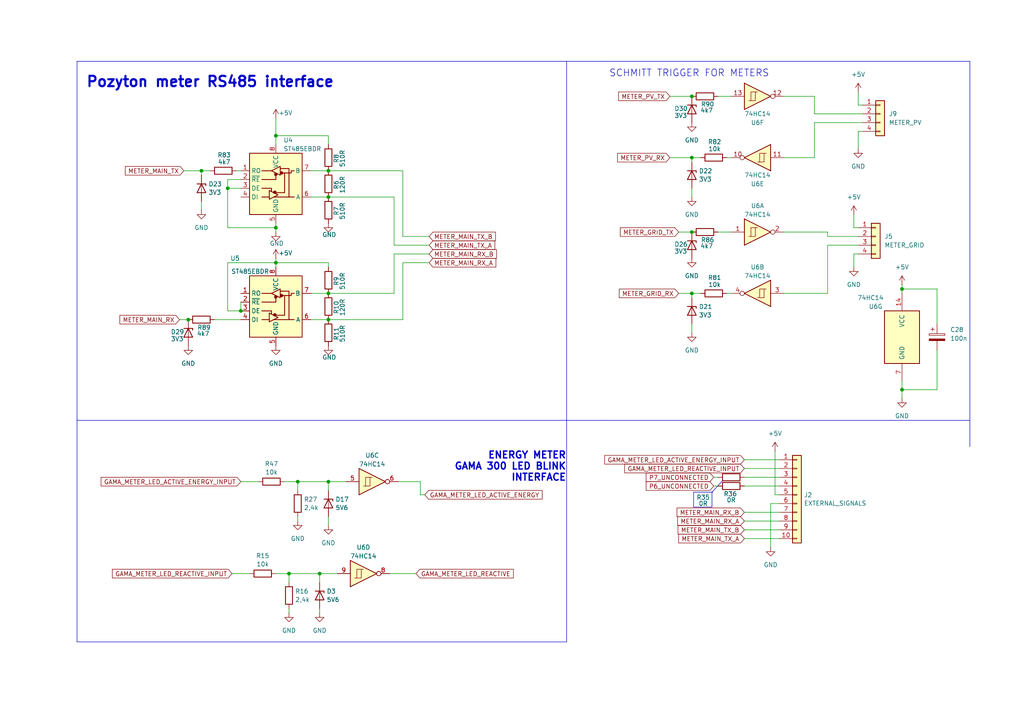
<source format=kicad_sch>
(kicad_sch (version 20231120) (generator "eeschema") (generator_version "8.0")
  (paper "A4")
  (lib_symbols
    (symbol "74xx:74HC14" (pin_names (offset 1.016))
      (property "Reference" "U" (at 0 1.27 0))
      (property "Value" "74HC14" (at 0 -1.27 0))
      (symbol "74HC14_1_0"
        (polyline (pts (xy -3.81 3.81) (xy -3.81 -3.81) (xy 3.81 0) (xy -3.81 3.81)) (stroke (width 0.254)) (fill (type background)))
        (pin input line (at -7.62 0 0) (length 3.81) (name "~") (number "1"))
        (pin output inverted (at 7.62 0 180) (length 3.81) (name "~") (number "2"))
      )
      (symbol "74HC14_1_1"
        (polyline (pts (xy -1.905 -1.27) (xy -1.905 1.27) (xy -0.635 1.27)))
        (polyline (pts (xy -2.54 -1.27) (xy -0.635 -1.27) (xy -0.635 1.27) (xy 0 1.27)))
      )
      (symbol "74HC14_2_0"
        (polyline (pts (xy -3.81 3.81) (xy -3.81 -3.81) (xy 3.81 0) (xy -3.81 3.81)) (stroke (width 0.254)) (fill (type background)))
        (pin input line (at -7.62 0 0) (length 3.81) (name "~") (number "3"))
        (pin output inverted (at 7.62 0 180) (length 3.81) (name "~") (number "4"))
      )
      (symbol "74HC14_2_1"
        (polyline (pts (xy -1.905 -1.27) (xy -1.905 1.27) (xy -0.635 1.27)))
        (polyline (pts (xy -2.54 -1.27) (xy -0.635 -1.27) (xy -0.635 1.27) (xy 0 1.27)))
      )
      (symbol "74HC14_3_0"
        (polyline (pts (xy -3.81 3.81) (xy -3.81 -3.81) (xy 3.81 0) (xy -3.81 3.81)) (stroke (width 0.254)) (fill (type background)))
        (pin input line (at -7.62 0 0) (length 3.81) (name "~") (number "5"))
        (pin output inverted (at 7.62 0 180) (length 3.81) (name "~") (number "6"))
      )
      (symbol "74HC14_3_1"
        (polyline (pts (xy -1.905 -1.27) (xy -1.905 1.27) (xy -0.635 1.27)))
        (polyline (pts (xy -2.54 -1.27) (xy -0.635 -1.27) (xy -0.635 1.27) (xy 0 1.27)))
      )
      (symbol "74HC14_4_0"
        (polyline (pts (xy -3.81 3.81) (xy -3.81 -3.81) (xy 3.81 0) (xy -3.81 3.81)) (stroke (width 0.254)) (fill (type background)))
        (pin output inverted (at 7.62 0 180) (length 3.81) (name "~") (number "8"))
        (pin input line (at -7.62 0 0) (length 3.81) (name "~") (number "9"))
      )
      (symbol "74HC14_4_1"
        (polyline (pts (xy -1.905 -1.27) (xy -1.905 1.27) (xy -0.635 1.27)))
        (polyline (pts (xy -2.54 -1.27) (xy -0.635 -1.27) (xy -0.635 1.27) (xy 0 1.27)))
      )
      (symbol "74HC14_5_0"
        (polyline (pts (xy -3.81 3.81) (xy -3.81 -3.81) (xy 3.81 0) (xy -3.81 3.81)) (stroke (width 0.254)) (fill (type background)))
        (pin output inverted (at 7.62 0 180) (length 3.81) (name "~") (number "10"))
        (pin input line (at -7.62 0 0) (length 3.81) (name "~") (number "11"))
      )
      (symbol "74HC14_5_1"
        (polyline (pts (xy -1.905 -1.27) (xy -1.905 1.27) (xy -0.635 1.27)))
        (polyline (pts (xy -2.54 -1.27) (xy -0.635 -1.27) (xy -0.635 1.27) (xy 0 1.27)))
      )
      (symbol "74HC14_6_0"
        (polyline (pts (xy -3.81 3.81) (xy -3.81 -3.81) (xy 3.81 0) (xy -3.81 3.81)) (stroke (width 0.254)) (fill (type background)))
        (pin output inverted (at 7.62 0 180) (length 3.81) (name "~") (number "12"))
        (pin input line (at -7.62 0 0) (length 3.81) (name "~") (number "13"))
      )
      (symbol "74HC14_6_1"
        (polyline (pts (xy -1.905 -1.27) (xy -1.905 1.27) (xy -0.635 1.27)))
        (polyline (pts (xy -2.54 -1.27) (xy -0.635 -1.27) (xy -0.635 1.27) (xy 0 1.27)))
      )
      (symbol "74HC14_7_0"
        (pin power_in line (at 0 12.7 270) (length 5.08) (name "VCC") (number "14"))
        (pin power_in line (at 0 -12.7 90) (length 5.08) (name "GND") (number "7"))
      )
      (symbol "74HC14_7_1"
        (rectangle (start -5.08 7.62) (end 5.08 -7.62) (stroke (width 0.254)) (fill (type background)))
      )
    )
    (symbol "Connector_Generic:Conn_01x04" (pin_names (offset 1.016) hide)
      (property "Reference" "J" (at 0 5.08 0))
      (property "Value" "Conn_01x04" (at 0 -7.62 0))
      (symbol "Conn_01x04_1_1"
        (rectangle (start -1.27 -4.953) (end 0 -5.207) (stroke (width 0.1524)))
        (rectangle (start -1.27 -2.413) (end 0 -2.667) (stroke (width 0.1524)))
        (rectangle (start -1.27 0.127) (end 0 -0.127) (stroke (width 0.1524)))
        (rectangle (start -1.27 2.667) (end 0 2.413) (stroke (width 0.1524)))
        (rectangle (start -1.27 3.81) (end 1.27 -6.35) (stroke (width 0.254)) (fill (type background)))
        (pin passive line (at -5.08 2.54 0) (length 3.81) (name "Pin_1") (number "1"))
        (pin passive line (at -5.08 0 0) (length 3.81) (name "Pin_2") (number "2"))
        (pin passive line (at -5.08 -2.54 0) (length 3.81) (name "Pin_3") (number "3"))
        (pin passive line (at -5.08 -5.08 0) (length 3.81) (name "Pin_4") (number "4"))
      )
    )
    (symbol "Connector_Generic:Conn_01x10" (pin_names (offset 1.016) hide)
      (property "Reference" "J" (at 0 12.7 0))
      (property "Value" "Conn_01x10" (at 0 -15.24 0))
      (symbol "Conn_01x10_1_1"
        (rectangle (start -1.27 -12.573) (end 0 -12.827) (stroke (width 0.1524)))
        (rectangle (start -1.27 -10.033) (end 0 -10.287) (stroke (width 0.1524)))
        (rectangle (start -1.27 -7.493) (end 0 -7.747) (stroke (width 0.1524)))
        (rectangle (start -1.27 -4.953) (end 0 -5.207) (stroke (width 0.1524)))
        (rectangle (start -1.27 -2.413) (end 0 -2.667) (stroke (width 0.1524)))
        (rectangle (start -1.27 0.127) (end 0 -0.127) (stroke (width 0.1524)))
        (rectangle (start -1.27 2.667) (end 0 2.413) (stroke (width 0.1524)))
        (rectangle (start -1.27 5.207) (end 0 4.953) (stroke (width 0.1524)))
        (rectangle (start -1.27 7.747) (end 0 7.493) (stroke (width 0.1524)))
        (rectangle (start -1.27 10.287) (end 0 10.033) (stroke (width 0.1524)))
        (rectangle (start -1.27 11.43) (end 1.27 -13.97) (stroke (width 0.254)) (fill (type background)))
        (pin passive line (at -5.08 10.16 0) (length 3.81) (name "Pin_1") (number "1"))
        (pin passive line (at -5.08 -12.7 0) (length 3.81) (name "Pin_10") (number "10"))
        (pin passive line (at -5.08 7.62 0) (length 3.81) (name "Pin_2") (number "2"))
        (pin passive line (at -5.08 5.08 0) (length 3.81) (name "Pin_3") (number "3"))
        (pin passive line (at -5.08 2.54 0) (length 3.81) (name "Pin_4") (number "4"))
        (pin passive line (at -5.08 0 0) (length 3.81) (name "Pin_5") (number "5"))
        (pin passive line (at -5.08 -2.54 0) (length 3.81) (name "Pin_6") (number "6"))
        (pin passive line (at -5.08 -5.08 0) (length 3.81) (name "Pin_7") (number "7"))
        (pin passive line (at -5.08 -7.62 0) (length 3.81) (name "Pin_8") (number "8"))
        (pin passive line (at -5.08 -10.16 0) (length 3.81) (name "Pin_9") (number "9"))
      )
    )
    (symbol "Device:C_Polarized" (pin_numbers hide) (pin_names (offset 0.254))
      (property "Reference" "C" (at 0.635 2.54 0))
      (property "Value" "C_Polarized" (at 0.635 -2.54 0))
      (symbol "C_Polarized_0_1"
        (rectangle (start -2.286 0.508) (end 2.286 1.016))
        (polyline (pts (xy -1.778 2.286) (xy -0.762 2.286)))
        (polyline (pts (xy -1.27 2.794) (xy -1.27 1.778)))
        (rectangle (start 2.286 -0.508) (end -2.286 -1.016) (fill (type outline)))
      )
      (symbol "C_Polarized_1_1"
        (pin passive line (at 0 3.81 270) (length 2.794) (name "~") (number "1"))
        (pin passive line (at 0 -3.81 90) (length 2.794) (name "~") (number "2"))
      )
    )
    (symbol "Device:D_Zener" (pin_numbers hide) (pin_names (offset 1.016) hide)
      (property "Reference" "D" (at 0 2.54 0))
      (property "Value" "D_Zener" (at 0 -2.54 0))
      (symbol "D_Zener_0_1"
        (polyline (pts (xy 1.27 0) (xy -1.27 0)))
        (polyline (pts (xy -1.27 -1.27) (xy -1.27 1.27) (xy -0.762 1.27)) (stroke (width 0.254)))
        (polyline (pts (xy 1.27 -1.27) (xy 1.27 1.27) (xy -1.27 0) (xy 1.27 -1.27)) (stroke (width 0.254)))
      )
      (symbol "D_Zener_1_1"
        (pin passive line (at -3.81 0 0) (length 2.54) (name "K") (number "1"))
        (pin passive line (at 3.81 0 180) (length 2.54) (name "A") (number "2"))
      )
    )
    (symbol "Device:R" (pin_numbers hide) (pin_names (offset 0))
      (property "Reference" "R" (at 2.032 0 90))
      (property "Value" "R" (at 0 0 90))
      (symbol "R_0_1"
        (rectangle (start -1.016 -2.54) (end 1.016 2.54) (stroke (width 0.254)))
      )
      (symbol "R_1_1"
        (pin passive line (at 0 3.81 270) (length 1.27) (name "~") (number "1"))
        (pin passive line (at 0 -3.81 90) (length 1.27) (name "~") (number "2"))
      )
    )
    (symbol "Interface_UART:ST485EBDR"
      (property "Reference" "U" (at -6.35 8.89 0))
      (property "Value" "ST485EBDR" (at 1.27 8.89 0))
      (symbol "ST485EBDR_0_1"
        (rectangle (start -7.62 7.62) (end 7.62 -10.16) (stroke (width 0.254)) (fill (type background)))
        (circle (center -0.3048 -3.683) (radius 0.3556) (stroke (width 0.254)) (fill (type outline)))
        (circle (center -0.0254 1.4986) (radius 0.3556) (stroke (width 0.254)) (fill (type outline)))
        (polyline (pts (xy -4.064 -5.08) (xy -1.905 -5.08)) (stroke (width 0.254)))
        (polyline (pts (xy -4.064 2.54) (xy -1.27 2.54)) (stroke (width 0.254)))
        (polyline (pts (xy -1.27 -3.2004) (xy -1.27 -3.4544)) (stroke (width 0.254)))
        (polyline (pts (xy -0.635 -5.08) (xy 5.334 -5.08)) (stroke (width 0.254)))
        (polyline (pts (xy -4.064 -2.54) (xy -1.27 -2.54) (xy -1.27 -3.175)) (stroke (width 0.254)))
        (polyline (pts (xy 0 1.27) (xy 0 0) (xy -4.064 0)) (stroke (width 0.254)))
        (polyline (pts (xy 1.27 3.175) (xy 3.81 3.175) (xy 3.81 -5.08)) (stroke (width 0.254)))
        (polyline (pts (xy 2.54 1.905) (xy 2.54 -3.81) (xy 0 -3.81)) (stroke (width 0.254)))
        (polyline (pts (xy -1.905 -3.175) (xy -1.905 -5.715) (xy 0.635 -4.445) (xy -1.905 -3.175)) (stroke (width 0.254)))
        (polyline (pts (xy -1.27 2.54) (xy 1.27 3.81) (xy 1.27 1.27) (xy -1.27 2.54)) (stroke (width 0.254)))
        (polyline (pts (xy 1.905 1.905) (xy 4.445 1.905) (xy 4.445 2.54) (xy 5.334 2.54)) (stroke (width 0.254)))
        (rectangle (start 1.27 3.175) (end 1.27 3.175))
        (circle (center 1.651 1.905) (radius 0.3556) (stroke (width 0.254)) (fill (type outline)))
      )
      (symbol "ST485EBDR_1_1"
        (pin output line (at -10.16 2.54 0) (length 2.54) (name "RO") (number "1"))
        (pin input line (at -10.16 0 0) (length 2.54) (name "~{RE}") (number "2"))
        (pin input line (at -10.16 -2.54 0) (length 2.54) (name "DE") (number "3"))
        (pin input line (at -10.16 -5.08 0) (length 2.54) (name "DI") (number "4"))
        (pin power_in line (at 0 -12.7 90) (length 2.54) (name "GND") (number "5"))
        (pin bidirectional line (at 10.16 -5.08 180) (length 2.54) (name "A") (number "6"))
        (pin bidirectional line (at 10.16 2.54 180) (length 2.54) (name "B") (number "7"))
        (pin power_in line (at 0 10.16 270) (length 2.54) (name "VCC") (number "8"))
      )
    )
    (symbol "power:+5V" (power) (pin_numbers hide) (pin_names (offset 0) hide)
      (property "Value" "+5V" (at 0 3.556 0))
      (symbol "+5V_0_1"
        (polyline (pts (xy -0.762 1.27) (xy 0 2.54)))
        (polyline (pts (xy 0 0) (xy 0 2.54)))
        (polyline (pts (xy 0 2.54) (xy 0.762 1.27)))
      )
      (symbol "+5V_1_1"
        (pin power_in line (at 0 0 90) (length 0) (name "~") (number "1"))
      )
    )
    (symbol "power:GND" (power) (pin_numbers hide) (pin_names (offset 0) hide)
      (property "Value" "GND" (at 0 -3.81 0))
      (symbol "GND_0_1"
        (polyline (pts (xy 0 0) (xy 0 -1.27) (xy 1.27 -1.27) (xy 0 -2.54) (xy -1.27 -1.27) (xy 0 -1.27)))
      )
      (symbol "GND_1_1"
        (pin power_in line (at 0 0 270) (length 0) (name "~") (number "1"))
      )
    )
  )
  (junction (at 69.85 90.17))
  (junction (at 95.25 92.71))
  (junction (at 261.62 113.03))
  (junction (at 95.25 85.09))
  (junction (at 200.66 27.94))
  (junction (at 95.25 49.53))
  (junction (at 95.25 139.7))
  (junction (at 200.66 45.72))
  (junction (at 54.61 92.71))
  (junction (at 200.66 67.31))
  (junction (at 80.01 76.2))
  (junction (at 92.71 166.37))
  (junction (at 261.62 83.82))
  (junction (at 86.36 139.7))
  (junction (at 95.25 57.15))
  (junction (at 80.01 39.37))
  (junction (at 200.66 85.09))
  (junction (at 66.04 54.61))
  (junction (at 80.01 66.04))
  (junction (at 58.42 49.53))
  (junction (at 83.82 166.37))
  (wire (pts (xy 247.65 66.04) (xy 247.65 62.23)))
  (wire (pts (xy 69.85 87.63) (xy 69.85 90.17)))
  (wire (pts (xy 116.84 49.53) (xy 95.25 49.53)))
  (wire (pts (xy 240.03 67.31) (xy 227.33 67.31)))
  (wire (pts (xy 66.04 66.04) (xy 66.04 54.61)))
  (wire (pts (xy 113.03 166.37) (xy 120.65 166.37)))
  (wire (pts (xy 52.07 92.71) (xy 54.61 92.71)))
  (wire (pts (xy 83.82 166.37) (xy 92.71 166.37)))
  (wire (pts (xy 114.3 57.15) (xy 114.3 71.12)))
  (wire (pts (xy 248.92 66.04) (xy 247.65 66.04)))
  (wire (pts (xy 210.82 85.09) (xy 212.09 85.09)))
  (wire (pts (xy 95.25 41.91) (xy 95.25 39.37)))
  (wire (pts (xy 208.28 67.31) (xy 212.09 67.31)))
  (wire (pts (xy 215.9 140.97) (xy 226.06 140.97)))
  (wire (pts (xy 236.22 45.72) (xy 227.33 45.72)))
  (wire (pts (xy 236.22 33.02) (xy 236.22 27.94)))
  (wire (pts (xy 80.01 39.37) (xy 80.01 41.91)))
  (wire (pts (xy 215.9 133.35) (xy 226.06 133.35)))
  (polyline (pts (xy 281.305 129.54) (xy 281.305 17.78)))
  (wire (pts (xy 240.03 85.09) (xy 227.33 85.09)))
  (wire (pts (xy 261.62 113.03) (xy 261.62 110.49)))
  (wire (pts (xy 90.17 57.15) (xy 95.25 57.15)))
  (wire (pts (xy 236.22 35.56) (xy 236.22 45.72)))
  (wire (pts (xy 86.36 139.7) (xy 86.36 142.24)))
  (wire (pts (xy 92.71 166.37) (xy 92.71 168.91)))
  (wire (pts (xy 116.84 76.2) (xy 116.84 92.71)))
  (wire (pts (xy 248.92 30.48) (xy 248.92 26.67)))
  (wire (pts (xy 224.79 143.51) (xy 224.79 130.81)))
  (wire (pts (xy 194.31 27.94) (xy 200.66 27.94)))
  (wire (pts (xy 66.04 90.17) (xy 69.85 90.17)))
  (wire (pts (xy 200.66 46.99) (xy 200.66 45.72)))
  (wire (pts (xy 66.04 54.61) (xy 69.85 54.61)))
  (wire (pts (xy 95.25 139.7) (xy 95.25 142.24)))
  (wire (pts (xy 223.52 158.75) (xy 223.52 146.05)))
  (wire (pts (xy 215.9 138.43) (xy 226.06 138.43)))
  (wire (pts (xy 58.42 58.42) (xy 58.42 60.96)))
  (polyline (pts (xy 175.26 17.78) (xy 22.352 17.78)))
  (wire (pts (xy 207.01 140.97) (xy 208.28 140.97)))
  (wire (pts (xy 95.25 76.2) (xy 95.25 77.47)))
  (wire (pts (xy 68.58 49.53) (xy 69.85 49.53)))
  (wire (pts (xy 66.04 54.61) (xy 66.04 52.07)))
  (wire (pts (xy 67.31 166.37) (xy 72.39 166.37)))
  (wire (pts (xy 261.62 83.82) (xy 271.78 83.82)))
  (wire (pts (xy 200.66 45.72) (xy 203.2 45.72)))
  (wire (pts (xy 86.36 149.86) (xy 86.36 151.13)))
  (polyline (pts (xy 206.502 142.748) (xy 209.55 139.446)))
  (wire (pts (xy 250.19 33.02) (xy 236.22 33.02)))
  (wire (pts (xy 247.65 73.66) (xy 248.92 73.66)))
  (polyline (pts (xy 281.305 17.78) (xy 281.305 17.78)))
  (wire (pts (xy 250.19 30.48) (xy 248.92 30.48)))
  (wire (pts (xy 116.84 68.58) (xy 116.84 49.53)))
  (wire (pts (xy 271.78 101.6) (xy 271.78 113.03)))
  (wire (pts (xy 196.85 67.31) (xy 200.66 67.31)))
  (wire (pts (xy 80.01 76.2) (xy 80.01 77.47)))
  (wire (pts (xy 92.71 176.53) (xy 92.71 177.8)))
  (wire (pts (xy 95.25 57.15) (xy 114.3 57.15)))
  (wire (pts (xy 240.03 71.12) (xy 240.03 85.09)))
  (wire (pts (xy 80.01 76.2) (xy 66.04 76.2)))
  (wire (pts (xy 208.28 27.94) (xy 212.09 27.94)))
  (wire (pts (xy 200.66 93.98) (xy 200.66 96.52)))
  (wire (pts (xy 121.92 143.51) (xy 123.19 143.51)))
  (wire (pts (xy 58.42 50.8) (xy 58.42 49.53)))
  (wire (pts (xy 83.82 166.37) (xy 83.82 168.91)))
  (wire (pts (xy 248.92 71.12) (xy 240.03 71.12)))
  (polyline (pts (xy 175.26 17.78) (xy 281.305 17.78)))
  (wire (pts (xy 207.01 138.43) (xy 208.28 138.43)))
  (wire (pts (xy 53.34 49.53) (xy 58.42 49.53)))
  (wire (pts (xy 210.82 45.72) (xy 212.09 45.72)))
  (wire (pts (xy 80.01 66.04) (xy 66.04 66.04)))
  (wire (pts (xy 80.01 67.31) (xy 80.01 66.04)))
  (wire (pts (xy 62.23 92.71) (xy 69.85 92.71)))
  (wire (pts (xy 80.01 39.37) (xy 95.25 39.37)))
  (polyline (pts (xy 206.756 142.748) (xy 206.502 142.748)))
  (wire (pts (xy 261.62 115.57) (xy 261.62 113.03)))
  (wire (pts (xy 69.85 139.7) (xy 74.93 139.7)))
  (wire (pts (xy 271.78 83.82) (xy 271.78 93.98)))
  (wire (pts (xy 114.3 85.09) (xy 95.25 85.09)))
  (polyline (pts (xy 164.338 17.78) (xy 164.338 129.54)))
  (wire (pts (xy 247.65 77.47) (xy 247.65 73.66)))
  (wire (pts (xy 58.42 49.53) (xy 60.96 49.53)))
  (wire (pts (xy 83.82 176.53) (xy 83.82 177.8)))
  (wire (pts (xy 215.9 153.67) (xy 226.06 153.67)))
  (wire (pts (xy 124.46 76.2) (xy 116.84 76.2)))
  (wire (pts (xy 114.3 71.12) (xy 124.46 71.12)))
  (wire (pts (xy 86.36 139.7) (xy 95.25 139.7)))
  (wire (pts (xy 248.92 38.1) (xy 250.19 38.1)))
  (wire (pts (xy 261.62 83.82) (xy 261.62 85.09)))
  (wire (pts (xy 116.84 92.71) (xy 95.25 92.71)))
  (wire (pts (xy 114.3 73.66) (xy 114.3 85.09)))
  (wire (pts (xy 250.19 35.56) (xy 236.22 35.56)))
  (wire (pts (xy 80.01 166.37) (xy 83.82 166.37)))
  (polyline (pts (xy 175.26 121.92) (xy 281.305 121.92)))
  (wire (pts (xy 261.62 113.03) (xy 271.78 113.03)))
  (wire (pts (xy 215.9 135.89) (xy 226.06 135.89)))
  (wire (pts (xy 121.92 143.51) (xy 121.92 139.7)))
  (wire (pts (xy 95.25 49.53) (xy 90.17 49.53)))
  (wire (pts (xy 80.01 34.29) (xy 80.01 39.37)))
  (polyline (pts (xy 22.352 17.78) (xy 22.352 121.92)))
  (wire (pts (xy 194.31 45.72) (xy 200.66 45.72)))
  (wire (pts (xy 200.66 86.36) (xy 200.66 85.09)))
  (polyline (pts (xy 22.352 121.92) (xy 22.352 186.182)))
  (wire (pts (xy 95.25 85.09) (xy 90.17 85.09)))
  (polyline (pts (xy 22.352 186.182) (xy 164.338 186.182)))
  (wire (pts (xy 261.62 82.55) (xy 261.62 83.82)))
  (wire (pts (xy 215.9 151.13) (xy 226.06 151.13)))
  (wire (pts (xy 196.85 85.09) (xy 200.66 85.09)))
  (wire (pts (xy 121.92 139.7) (xy 115.57 139.7)))
  (wire (pts (xy 200.66 54.61) (xy 200.66 57.15)))
  (wire (pts (xy 215.9 156.21) (xy 226.06 156.21)))
  (wire (pts (xy 124.46 73.66) (xy 114.3 73.66)))
  (wire (pts (xy 124.46 68.58) (xy 116.84 68.58)))
  (wire (pts (xy 82.55 139.7) (xy 86.36 139.7)))
  (wire (pts (xy 95.25 92.71) (xy 90.17 92.71)))
  (wire (pts (xy 95.25 139.7) (xy 100.33 139.7)))
  (wire (pts (xy 223.52 146.05) (xy 226.06 146.05)))
  (wire (pts (xy 80.01 74.93) (xy 80.01 76.2)))
  (polyline (pts (xy 22.352 121.92) (xy 175.26 121.92)))
  (wire (pts (xy 236.22 27.94) (xy 227.33 27.94)))
  (wire (pts (xy 95.25 149.86) (xy 95.25 152.4)))
  (wire (pts (xy 200.66 85.09) (xy 203.2 85.09)))
  (wire (pts (xy 80.01 66.04) (xy 80.01 64.77)))
  (wire (pts (xy 92.71 166.37) (xy 97.79 166.37)))
  (polyline (pts (xy 164.338 186.182) (xy 164.338 129.54)))
  (wire (pts (xy 226.06 143.51) (xy 224.79 143.51)))
  (wire (pts (xy 240.03 68.58) (xy 240.03 67.31)))
  (wire (pts (xy 80.01 76.2) (xy 95.25 76.2)))
  (wire (pts (xy 215.9 148.59) (xy 226.06 148.59)))
  (wire (pts (xy 66.04 76.2) (xy 66.04 90.17)))
  (wire (pts (xy 248.92 68.58) (xy 240.03 68.58)))
  (wire (pts (xy 66.04 52.07) (xy 69.85 52.07)))
  (wire (pts (xy 248.92 43.18) (xy 248.92 38.1)))
  (rectangle (start 201.168 142.748) (end 206.502 147.066))
  (text "Pozyton meter RS485 interface" (at 60.96 23.876 0) (effects (font (size 3 3) (bold yes))))
  (text "ENERGY METER\nGAMA 300 LED BLINK\nINTERFACE" (at 164.338 135.382 0) (effects (font (size 2 2) (thickness 0.4) (bold yes)) (justify right)))
  (text "SCHMITT TRIGGER FOR METERS" (at 199.898 21.336 0) (effects (font (size 2 2))))
  (global_label "METER_MAIN_RX_A" (shape input) (at 215.9 151.13 180) (property "Intersheetrefs" "${INTERSHEET_REFS}" (effects (hide yes))))
  (global_label "METER_MAIN_TX_B" (shape input) (at 215.9 153.67 180) (property "Intersheetrefs" "${INTERSHEET_REFS}" (effects (hide yes))))
  (global_label "METER_GRID_RX" (shape input) (at 196.85 85.09 180) (property "Intersheetrefs" "${INTERSHEET_REFS}" (effects (hide yes))))
  (global_label "GAMA_METER_LED_ACTIVE_ENERGY_INPUT" (shape input) (at 215.9 133.35 180) (property "Intersheetrefs" "${INTERSHEET_REFS}" (effects (hide yes))))
  (global_label "METER_MAIN_RX_B" (shape input) (at 124.46 73.66 0) (property "Intersheetrefs" "${INTERSHEET_REFS}" (effects (hide yes))))
  (global_label "METER_MAIN_TX_A" (shape input) (at 124.46 71.12 0) (property "Intersheetrefs" "${INTERSHEET_REFS}" (effects (hide yes))))
  (global_label "METER_MAIN_RX" (shape input) (at 52.07 92.71 180) (property "Intersheetrefs" "${INTERSHEET_REFS}" (effects (hide yes))))
  (global_label "GAMA_METER_LED_REACTIVE_INPUT" (shape input) (at 215.9 135.89 180) (property "Intersheetrefs" "${INTERSHEET_REFS}" (effects (hide yes))))
  (global_label "METER_PV_RX" (shape input) (at 194.31 45.72 180) (property "Intersheetrefs" "${INTERSHEET_REFS}" (effects (hide yes))))
  (global_label "GAMA_METER_LED_REACTIVE_INPUT" (shape input) (at 67.31 166.37 180) (property "Intersheetrefs" "${INTERSHEET_REFS}" (effects (hide yes))))
  (global_label "METER_PV_TX" (shape input) (at 194.31 27.94 180) (property "Intersheetrefs" "${INTERSHEET_REFS}" (effects (hide yes))))
  (global_label "METER_MAIN_TX_A" (shape input) (at 215.9 156.21 180) (property "Intersheetrefs" "${INTERSHEET_REFS}" (effects (hide yes))))
  (global_label "METER_MAIN_TX_B" (shape input) (at 124.46 68.58 0) (property "Intersheetrefs" "${INTERSHEET_REFS}" (effects (hide yes))))
  (global_label "P7_UNCONNECTED" (shape input) (at 207.01 138.43 180) (property "Intersheetrefs" "${INTERSHEET_REFS}" (effects (hide yes))))
  (global_label "GAMA_METER_LED_REACTIVE" (shape input) (at 120.65 166.37 0) (property "Intersheetrefs" "${INTERSHEET_REFS}" (effects (hide yes))))
  (global_label "P6_UNCONNECTED" (shape input) (at 207.01 140.97 180) (property "Intersheetrefs" "${INTERSHEET_REFS}" (effects (hide yes))))
  (global_label "GAMA_METER_LED_ACTIVE_ENERGY" (shape input) (at 123.19 143.51 0) (property "Intersheetrefs" "${INTERSHEET_REFS}" (effects (hide yes))))
  (global_label "METER_MAIN_RX_A" (shape input) (at 124.46 76.2 0) (property "Intersheetrefs" "${INTERSHEET_REFS}" (effects (hide yes))))
  (global_label "METER_GRID_TX" (shape input) (at 196.85 67.31 180) (property "Intersheetrefs" "${INTERSHEET_REFS}" (effects (hide yes))))
  (global_label "METER_MAIN_RX_B" (shape input) (at 215.9 148.59 180) (property "Intersheetrefs" "${INTERSHEET_REFS}" (effects (hide yes))))
  (global_label "GAMA_METER_LED_ACTIVE_ENERGY_INPUT" (shape input) (at 69.85 139.7 180) (property "Intersheetrefs" "${INTERSHEET_REFS}" (effects (hide yes))))
  (global_label "METER_MAIN_TX" (shape input) (at 53.34 49.53 180) (property "Intersheetrefs" "${INTERSHEET_REFS}" (effects (hide yes))))
  (symbol (lib_id "Device:R") (at 95.25 60.96 180) (unit 1)
    (property "Reference" "R7" (at 97.536 61.214 90))
    (property "Value" "510R" (at 99.314 61.214 90))
    (property "Footprint" "Resistor_SMD:R_0805_2012Metric_Pad1.20x1.40mm_HandSolder" (effects (hide yes)))
    (property "Description" "Resistor" (effects (hide yes)))
  )
  (symbol (lib_id "Device:R") (at 86.36 146.05 0) (unit 1)
    (property "Reference" "R27" (at 88.138 144.8378 0) (effects (justify left)))
    (property "Value" "2,4k" (at 88.138 147.2621 0) (effects (justify left)))
    (property "Footprint" "Resistor_SMD:R_0805_2012Metric_Pad1.20x1.40mm_HandSolder" (effects (hide yes)))
    (property "Description" "Resistor" (effects (hide yes)))
  )
  (symbol (lib_id "Connector_Generic:Conn_01x10") (at 231.14 143.51 0) (unit 1)
    (property "Reference" "J2" (at 233.172 143.5678 0) (effects (justify left)))
    (property "Value" "EXTERNAL_SIGNALS" (at 233.172 145.9921 0) (effects (justify left)))
    (property "Footprint" "My-Footprints-connectors:CDDC-1,5-5-PV-3,5" (effects (hide yes)))
    (property "Description" "Generic connector, single row, 01x10, script generated (kicad-library-utils/schlib/autogen/connector/)" (effects (hide yes)))
  )
  (symbol (lib_id "power:GND") (at 95.25 152.4 0) (unit 1)
    (property "Reference" "#PWR04" (effects (hide yes)))
    (property "Value" "GND" (at 95.25 157.48 0))
    (property "Description" "Power symbol creates a global label with name \"GND\" , ground" (effects (hide yes)))
  )
  (symbol (lib_id "Device:D_Zener") (at 58.42 54.61 270) (unit 1)
    (property "Reference" "D23" (at 60.452 53.3978 90) (effects (justify left)))
    (property "Value" "3V3" (at 60.452 55.8221 90) (effects (justify left)))
    (property "Footprint" "Diode_SMD:D_MiniMELF" (effects (hide yes)))
    (property "Description" "Zener diode" (effects (hide yes)))
  )
  (symbol (lib_id "power:+5V") (at 247.65 62.23 0) (unit 1)
    (property "Reference" "#PWR055" (effects (hide yes)))
    (property "Value" "+5V" (at 247.65 57.15 0))
    (property "Description" "Power symbol creates a global label with name \"+5V\"" (effects (hide yes)))
  )
  (symbol (lib_id "Device:D_Zener") (at 54.61 96.52 270) (unit 1)
    (property "Reference" "D29" (at 49.53 96.266 90) (effects (justify left)))
    (property "Value" "3V3" (at 49.53 98.298 90) (effects (justify left)))
    (property "Footprint" "Diode_SMD:D_MiniMELF" (effects (hide yes)))
    (property "Description" "Zener diode" (effects (hide yes)))
  )
  (symbol (lib_id "Device:C_Polarized") (at 271.78 97.79 0) (unit 1)
    (property "Reference" "C28" (at 275.59 95.6309 0) (effects (justify left)))
    (property "Value" "100n" (at 275.59 98.1709 0) (effects (justify left)))
    (property "Footprint" "Capacitor_SMD:C_0805_2012Metric" (effects (hide yes)))
    (property "Description" "Polarized capacitor" (effects (hide yes)))
  )
  (symbol (lib_id "Device:R") (at 78.74 139.7 90) (unit 1)
    (property "Reference" "R47" (at 78.74 134.5395 90))
    (property "Value" "10k" (at 78.74 136.9638 90))
    (property "Footprint" "Resistor_SMD:R_0805_2012Metric_Pad1.20x1.40mm_HandSolder" (effects (hide yes)))
    (property "Description" "Resistor" (effects (hide yes)))
  )
  (symbol (lib_id "power:GND") (at 83.82 177.8 0) (unit 1)
    (property "Reference" "#PWR066" (effects (hide yes)))
    (property "Value" "GND" (at 83.82 182.88 0))
    (property "Description" "Power symbol creates a global label with name \"GND\" , ground" (effects (hide yes)))
  )
  (symbol (lib_id "Device:D_Zener") (at 200.66 50.8 270) (unit 1)
    (property "Reference" "D22" (at 202.692 49.5878 90) (effects (justify left)))
    (property "Value" "3V3" (at 202.692 52.0121 90) (effects (justify left)))
    (property "Footprint" "Diode_SMD:D_MiniMELF" (effects (hide yes)))
    (property "Description" "Zener diode" (effects (hide yes)))
  )
  (symbol (lib_id "74xx:74HC14") (at 219.71 27.94 0) (unit 6)
    (property "Reference" "U6" (at 219.71 35.56 0))
    (property "Value" "74HC14" (at 219.71 33.02 0))
    (property "Footprint" "Package_SO:SOIC-14_3.9x8.7mm_P1.27mm" (effects (hide yes)))
    (property "Datasheet" "http://www.ti.com/lit/gpn/sn74HC14" (effects (hide yes)))
    (property "Description" "Hex inverter schmitt trigger" (effects (hide yes)))
  )
  (symbol (lib_id "Device:R") (at 95.25 96.52 180) (unit 1)
    (property "Reference" "R11" (at 97.536 96.774 90))
    (property "Value" "510R" (at 99.314 96.774 90))
    (property "Footprint" "Resistor_SMD:R_0805_2012Metric_Pad1.20x1.40mm_HandSolder" (effects (hide yes)))
    (property "Description" "Resistor" (effects (hide yes)))
  )
  (symbol (lib_id "74xx:74HC14") (at 219.71 45.72 180) (unit 5)
    (property "Reference" "U6" (at 219.71 53.34 0))
    (property "Value" "74HC14" (at 219.71 50.8 0))
    (property "Footprint" "Package_SO:SOIC-14_3.9x8.7mm_P1.27mm" (effects (hide yes)))
    (property "Datasheet" "http://www.ti.com/lit/gpn/sn74HC14" (effects (hide yes)))
    (property "Description" "Hex inverter schmitt trigger" (effects (hide yes)))
  )
  (symbol (lib_id "Device:D_Zener") (at 200.66 71.12 270) (unit 1)
    (property "Reference" "D26" (at 195.58 70.866 90) (effects (justify left)))
    (property "Value" "3V3" (at 195.58 72.898 90) (effects (justify left)))
    (property "Footprint" "Diode_SMD:D_MiniMELF" (effects (hide yes)))
    (property "Description" "Zener diode" (effects (hide yes)))
  )
  (symbol (lib_id "power:GND") (at 80.01 67.31 0) (unit 1)
    (property "Reference" "#PWR030" (effects (hide yes)))
    (property "Value" "GND" (at 80.264 70.612 0))
    (property "Description" "Power symbol creates a global label with name \"GND\" , ground" (effects (hide yes)))
  )
  (symbol (lib_id "Device:R") (at 64.77 49.53 90) (unit 1)
    (property "Reference" "R83" (at 65.024 44.958 90))
    (property "Value" "4k7" (at 65.024 46.99 90))
    (property "Footprint" "Resistor_SMD:R_0805_2012Metric_Pad1.20x1.40mm_HandSolder" (effects (hide yes)))
    (property "Description" "Resistor" (effects (hide yes)))
  )
  (symbol (lib_id "power:GND") (at 261.62 115.57 0) (unit 1)
    (property "Reference" "#PWR062" (effects (hide yes)))
    (property "Value" "GND" (at 261.62 120.65 0))
    (property "Description" "Power symbol creates a global label with name \"GND\" , ground" (effects (hide yes)))
  )
  (symbol (lib_id "power:GND") (at 58.42 60.96 0) (unit 1)
    (property "Reference" "#PWR028" (effects (hide yes)))
    (property "Value" "GND" (at 58.42 66.04 0))
    (property "Description" "Power symbol creates a global label with name \"GND\" , ground" (effects (hide yes)))
  )
  (symbol (lib_id "74xx:74HC14") (at 219.71 85.09 180) (unit 2)
    (property "Reference" "U6" (at 219.71 77.47 0))
    (property "Value" "74HC14" (at 219.71 80.01 0))
    (property "Footprint" "Package_SO:SOIC-14_3.9x8.7mm_P1.27mm" (effects (hide yes)))
    (property "Datasheet" "http://www.ti.com/lit/gpn/sn74HC14" (effects (hide yes)))
    (property "Description" "Hex inverter schmitt trigger" (effects (hide yes)))
  )
  (symbol (lib_id "power:GND") (at 200.66 96.52 0) (unit 1)
    (property "Reference" "#PWR053" (effects (hide yes)))
    (property "Value" "GND" (at 200.66 101.6 0))
    (property "Description" "Power symbol creates a global label with name \"GND\" , ground" (effects (hide yes)))
  )
  (symbol (lib_id "Device:D_Zener") (at 95.25 146.05 270) (unit 1)
    (property "Reference" "D17" (at 97.282 144.8378 90) (effects (justify left)))
    (property "Value" "5V6" (at 97.282 147.2621 90) (effects (justify left)))
    (property "Footprint" "Diode_SMD:D_MiniMELF" (effects (hide yes)))
    (property "Description" "Zener diode" (effects (hide yes)))
  )
  (symbol (lib_id "power:GND") (at 80.01 100.33 0) (unit 1)
    (property "Reference" "#PWR033" (effects (hide yes)))
    (property "Value" "GND" (at 80.01 105.41 0))
    (property "Description" "Power symbol creates a global label with name \"GND\" , ground" (effects (hide yes)))
  )
  (symbol (lib_id "Device:R") (at 207.01 45.72 90) (unit 1)
    (property "Reference" "R82" (at 207.264 41.148 90))
    (property "Value" "10k" (at 207.264 43.18 90))
    (property "Footprint" "Resistor_SMD:R_0805_2012Metric_Pad1.20x1.40mm_HandSolder" (effects (hide yes)))
    (property "Description" "Resistor" (effects (hide yes)))
  )
  (symbol (lib_id "Device:D_Zener") (at 200.66 90.17 270) (unit 1)
    (property "Reference" "D21" (at 202.692 88.9578 90) (effects (justify left)))
    (property "Value" "3V3" (at 202.692 91.3821 90) (effects (justify left)))
    (property "Footprint" "Diode_SMD:D_MiniMELF" (effects (hide yes)))
    (property "Description" "Zener diode" (effects (hide yes)))
  )
  (symbol (lib_id "Device:R") (at 204.47 27.94 90) (unit 1)
    (property "Reference" "R90" (at 205.232 30.226 90))
    (property "Value" "4k7" (at 204.978 32.004 90))
    (property "Footprint" "Resistor_SMD:R_0805_2012Metric_Pad1.20x1.40mm_HandSolder" (effects (hide yes)))
    (property "Description" "Resistor" (effects (hide yes)))
  )
  (symbol (lib_id "Device:R") (at 95.25 81.28 180) (unit 1)
    (property "Reference" "R9" (at 97.536 81.534 90))
    (property "Value" "510R" (at 99.314 81.534 90))
    (property "Footprint" "Resistor_SMD:R_0805_2012Metric_Pad1.20x1.40mm_HandSolder" (effects (hide yes)))
    (property "Description" "Resistor" (effects (hide yes)))
  )
  (symbol (lib_id "power:+5V") (at 261.62 82.55 0) (unit 1)
    (property "Reference" "#PWR061" (effects (hide yes)))
    (property "Value" "+5V" (at 261.62 77.47 0))
    (property "Description" "Power symbol creates a global label with name \"+5V\"" (effects (hide yes)))
  )
  (symbol (lib_id "power:GND") (at 248.92 43.18 0) (unit 1)
    (property "Reference" "#PWR060" (effects (hide yes)))
    (property "Value" "GND" (at 248.92 48.26 0))
    (property "Description" "Power symbol creates a global label with name \"GND\" , ground" (effects (hide yes)))
  )
  (symbol (lib_id "power:+5V") (at 80.01 34.29 0) (unit 1)
    (property "Reference" "#PWR029" (effects (hide yes)))
    (property "Value" "+5V" (at 82.804 32.766 0))
    (property "Description" "Power symbol creates a global label with name \"+5V\"" (effects (hide yes)))
  )
  (symbol (lib_id "74xx:74HC14") (at 107.95 139.7 0) (unit 3)
    (property "Reference" "U6" (at 107.95 132.08 0))
    (property "Value" "74HC14" (at 107.95 134.62 0))
    (property "Footprint" "Package_SO:SOIC-14_3.9x8.7mm_P1.27mm" (effects (hide yes)))
    (property "Datasheet" "http://www.ti.com/lit/gpn/sn74HC14" (effects (hide yes)))
    (property "Description" "Hex inverter schmitt trigger" (effects (hide yes)))
  )
  (symbol (lib_id "Device:R") (at 76.2 166.37 90) (unit 1)
    (property "Reference" "R15" (at 76.2 161.2095 90))
    (property "Value" "10k" (at 76.2 163.6338 90))
    (property "Footprint" "Resistor_SMD:R_0805_2012Metric_Pad1.20x1.40mm_HandSolder" (effects (hide yes)))
    (property "Description" "Resistor" (effects (hide yes)))
  )
  (symbol (lib_id "power:+5V") (at 224.79 130.81 0) (unit 1)
    (property "Reference" "#PWR057" (effects (hide yes)))
    (property "Value" "+5V" (at 224.79 125.73 0))
    (property "Description" "Power symbol creates a global label with name \"+5V\"" (effects (hide yes)))
  )
  (symbol (lib_id "power:GND") (at 95.25 64.77 0) (unit 1)
    (property "Reference" "#PWR051" (effects (hide yes)))
    (property "Value" "GND" (at 95.504 68.072 0))
    (property "Description" "Power symbol creates a global label with name \"GND\" , ground" (effects (hide yes)))
  )
  (symbol (lib_id "Device:R") (at 95.25 88.9 180) (unit 1)
    (property "Reference" "R10" (at 97.536 89.154 90))
    (property "Value" "120R" (at 99.314 89.154 90))
    (property "Footprint" "Resistor_SMD:R_0805_2012Metric_Pad1.20x1.40mm_HandSolder" (effects (hide yes)))
    (property "Description" "Resistor" (effects (hide yes)))
  )
  (symbol (lib_id "Connector_Generic:Conn_01x04") (at 255.27 33.02 0) (unit 1)
    (property "Reference" "J9" (at 257.81 33.0199 0) (effects (justify left)))
    (property "Value" "METER_PV" (at 257.81 35.5599 0) (effects (justify left)))
    (property "Footprint" "Connector_JST:JST_EH_B4B-EH-A_1x04_P2.50mm_Vertical" (effects (hide yes)))
    (property "Description" "Generic connector, single row, 01x04, script generated (kicad-library-utils/schlib/autogen/connector/)" (effects (hide yes)))
  )
  (symbol (lib_id "power:+5V") (at 248.92 26.67 0) (unit 1)
    (property "Reference" "#PWR059" (effects (hide yes)))
    (property "Value" "+5V" (at 248.92 21.59 0))
    (property "Description" "Power symbol creates a global label with name \"+5V\"" (effects (hide yes)))
  )
  (symbol (lib_id "Device:D_Zener") (at 92.71 172.72 270) (unit 1)
    (property "Reference" "D3" (at 94.742 171.5078 90) (effects (justify left)))
    (property "Value" "5V6" (at 94.742 173.9321 90) (effects (justify left)))
    (property "Footprint" "Diode_SMD:D_MiniMELF" (effects (hide yes)))
    (property "Description" "Zener diode" (effects (hide yes)))
  )
  (symbol (lib_id "Device:R") (at 204.47 67.31 90) (unit 1)
    (property "Reference" "R86" (at 205.232 69.596 90))
    (property "Value" "4k7" (at 204.978 71.374 90))
    (property "Footprint" "Resistor_SMD:R_0805_2012Metric_Pad1.20x1.40mm_HandSolder" (effects (hide yes)))
    (property "Description" "Resistor" (effects (hide yes)))
  )
  (symbol (lib_id "Device:D_Zener") (at 200.66 31.75 270) (unit 1)
    (property "Reference" "D30" (at 195.58 31.496 90) (effects (justify left)))
    (property "Value" "3V3" (at 195.58 33.528 90) (effects (justify left)))
    (property "Footprint" "Diode_SMD:D_MiniMELF" (effects (hide yes)))
    (property "Description" "Zener diode" (effects (hide yes)))
  )
  (symbol (lib_id "Connector_Generic:Conn_01x04") (at 254 68.58 0) (unit 1)
    (property "Reference" "J5" (at 256.54 68.5799 0) (effects (justify left)))
    (property "Value" "METER_GRID" (at 256.54 71.1199 0) (effects (justify left)))
    (property "Footprint" "Connector_JST:JST_EH_B4B-EH-A_1x04_P2.50mm_Vertical" (effects (hide yes)))
    (property "Description" "Generic connector, single row, 01x04, script generated (kicad-library-utils/schlib/autogen/connector/)" (effects (hide yes)))
  )
  (symbol (lib_id "power:GND") (at 200.66 57.15 0) (unit 1)
    (property "Reference" "#PWR049" (effects (hide yes)))
    (property "Value" "GND" (at 200.66 62.23 0))
    (property "Description" "Power symbol creates a global label with name \"GND\" , ground" (effects (hide yes)))
  )
  (symbol (lib_id "power:GND") (at 200.66 35.56 0) (unit 1)
    (property "Reference" "#PWR047" (effects (hide yes)))
    (property "Value" "GND" (at 200.66 40.64 0))
    (property "Description" "Power symbol creates a global label with name \"GND\" , ground" (effects (hide yes)))
  )
  (symbol (lib_id "74xx:74HC14") (at 105.41 166.37 0) (unit 4)
    (property "Reference" "U6" (at 105.41 158.75 0))
    (property "Value" "74HC14" (at 105.41 161.29 0))
    (property "Footprint" "Package_SO:SOIC-14_3.9x8.7mm_P1.27mm" (effects (hide yes)))
    (property "Datasheet" "http://www.ti.com/lit/gpn/sn74HC14" (effects (hide yes)))
    (property "Description" "Hex inverter schmitt trigger" (effects (hide yes)))
  )
  (symbol (lib_id "Device:R") (at 212.09 138.43 90) (unit 1)
    (property "Reference" "R35" (at 203.962 144.272 90))
    (property "Value" "0R" (at 203.962 146.05 90))
    (property "Footprint" "Resistor_SMD:R_0805_2012Metric_Pad1.20x1.40mm_HandSolder" (effects (hide yes)))
    (property "Description" "Resistor" (effects (hide yes)))
  )
  (symbol (lib_id "power:GND") (at 92.71 177.8 0) (unit 1)
    (property "Reference" "#PWR067" (effects (hide yes)))
    (property "Value" "GND" (at 92.71 182.88 0))
    (property "Description" "Power symbol creates a global label with name \"GND\" , ground" (effects (hide yes)))
  )
  (symbol (lib_id "Interface_UART:ST485EBDR") (at 80.01 87.63 0) (unit 1)
    (property "Reference" "U5" (at 66.802 74.93 0) (effects (justify left)))
    (property "Value" "ST485EBDR" (at 67.056 78.74 0) (effects (justify left)))
    (property "Footprint" "Package_SO:SOIC-8_3.9x4.9mm_P1.27mm" (effects (hide yes)))
    (property "Datasheet" "http://www.st.com/resource/en/datasheet/st485eb.pdf" (effects (hide yes)))
    (property "Description" "Half duplex RS-485/RS-422, 5 Mbps, ±15kV electro-static discharge (ESD) protection, no slew-rate, with low-power shutdown, with receiver/driver enable, 256 transceiver on the bus - 40 to 85 °C, SOIC-8" (effects (hide yes)))
  )
  (symbol (lib_id "Device:R") (at 207.01 85.09 90) (unit 1)
    (property "Reference" "R81" (at 207.264 80.518 90))
    (property "Value" "10k" (at 207.264 82.55 90))
    (property "Footprint" "Resistor_SMD:R_0805_2012Metric_Pad1.20x1.40mm_HandSolder" (effects (hide yes)))
    (property "Description" "Resistor" (effects (hide yes)))
  )
  (symbol (lib_id "power:GND") (at 86.36 151.13 0) (unit 1)
    (property "Reference" "#PWR03" (effects (hide yes)))
    (property "Value" "GND" (at 86.36 156.21 0))
    (property "Description" "Power symbol creates a global label with name \"GND\" , ground" (effects (hide yes)))
  )
  (symbol (lib_id "Interface_UART:ST485EBDR") (at 80.01 52.07 0) (unit 1)
    (property "Reference" "U4" (at 82.2041 40.64 0) (effects (justify left)))
    (property "Value" "ST485EBDR" (at 82.2041 43.18 0) (effects (justify left)))
    (property "Footprint" "Package_SO:SOIC-8_3.9x4.9mm_P1.27mm" (effects (hide yes)))
    (property "Datasheet" "http://www.st.com/resource/en/datasheet/st485eb.pdf" (effects (hide yes)))
    (property "Description" "Half duplex RS-485/RS-422, 5 Mbps, ±15kV electro-static discharge (ESD) protection, no slew-rate, with low-power shutdown, with receiver/driver enable, 256 transceiver on the bus - 40 to 85 °C, SOIC-8" (effects (hide yes)))
  )
  (symbol (lib_id "power:GND") (at 247.65 77.47 0) (unit 1)
    (property "Reference" "#PWR056" (effects (hide yes)))
    (property "Value" "GND" (at 247.65 82.55 0))
    (property "Description" "Power symbol creates a global label with name \"GND\" , ground" (effects (hide yes)))
  )
  (symbol (lib_id "power:GND") (at 95.25 100.33 0) (unit 1)
    (property "Reference" "#PWR063" (effects (hide yes)))
    (property "Value" "GND" (at 95.504 103.632 0))
    (property "Description" "Power symbol creates a global label with name \"GND\" , ground" (effects (hide yes)))
  )
  (symbol (lib_id "power:GND") (at 223.52 158.75 0) (unit 1)
    (property "Reference" "#PWR078" (effects (hide yes)))
    (property "Value" "GND" (at 223.52 163.83 0))
    (property "Description" "Power symbol creates a global label with name \"GND\" , ground" (effects (hide yes)))
  )
  (symbol (lib_id "power:GND") (at 54.61 100.33 0) (unit 1)
    (property "Reference" "#PWR027" (effects (hide yes)))
    (property "Value" "GND" (at 54.61 105.41 0))
    (property "Description" "Power symbol creates a global label with name \"GND\" , ground" (effects (hide yes)))
  )
  (symbol (lib_id "74xx:74HC14") (at 219.71 67.31 0) (unit 1)
    (property "Reference" "U6" (at 219.71 59.69 0))
    (property "Value" "74HC14" (at 219.71 62.23 0))
    (property "Footprint" "Package_SO:SOIC-14_3.9x8.7mm_P1.27mm" (effects (hide yes)))
    (property "Datasheet" "http://www.ti.com/lit/gpn/sn74HC14" (effects (hide yes)))
    (property "Description" "Hex inverter schmitt trigger" (effects (hide yes)))
  )
  (symbol (lib_id "Device:R") (at 58.42 92.71 90) (unit 1)
    (property "Reference" "R89" (at 59.182 94.996 90))
    (property "Value" "4k7" (at 58.928 96.774 90))
    (property "Footprint" "Resistor_SMD:R_0805_2012Metric_Pad1.20x1.40mm_HandSolder" (effects (hide yes)))
    (property "Description" "Resistor" (effects (hide yes)))
  )
  (symbol (lib_id "Device:R") (at 95.25 53.34 180) (unit 1)
    (property "Reference" "R6" (at 97.536 53.594 90))
    (property "Value" "120R" (at 99.314 53.594 90))
    (property "Footprint" "Resistor_SMD:R_0805_2012Metric_Pad1.20x1.40mm_HandSolder" (effects (hide yes)))
    (property "Description" "Resistor" (effects (hide yes)))
  )
  (symbol (lib_id "Device:R") (at 95.25 45.72 180) (unit 1)
    (property "Reference" "R8" (at 97.536 45.974 90))
    (property "Value" "510R" (at 99.314 45.974 90))
    (property "Footprint" "Resistor_SMD:R_0805_2012Metric_Pad1.20x1.40mm_HandSolder" (effects (hide yes)))
    (property "Description" "Resistor" (effects (hide yes)))
  )
  (symbol (lib_id "Device:R") (at 83.82 172.72 0) (unit 1)
    (property "Reference" "R16" (at 85.598 171.5078 0) (effects (justify left)))
    (property "Value" "2,4k" (at 85.598 173.9321 0) (effects (justify left)))
    (property "Footprint" "Resistor_SMD:R_0805_2012Metric_Pad1.20x1.40mm_HandSolder" (effects (hide yes)))
    (property "Description" "Resistor" (effects (hide yes)))
  )
  (symbol (lib_id "74xx:74HC14") (at 261.62 97.79 0) (unit 7)
    (property "Reference" "U6" (at 251.968 88.9 0) (effects (justify left)))
    (property "Value" "74HC14" (at 248.666 86.36 0) (effects (justify left)))
    (property "Footprint" "Package_SO:SOIC-14_3.9x8.7mm_P1.27mm" (effects (hide yes)))
    (property "Datasheet" "http://www.ti.com/lit/gpn/sn74HC14" (effects (hide yes)))
    (property "Description" "Hex inverter schmitt trigger" (effects (hide yes)))
  )
  (symbol (lib_id "power:GND") (at 200.66 74.93 0) (unit 1)
    (property "Reference" "#PWR050" (effects (hide yes)))
    (property "Value" "GND" (at 200.66 80.01 0))
    (property "Description" "Power symbol creates a global label with name \"GND\" , ground" (effects (hide yes)))
  )
  (symbol (lib_id "Device:R") (at 212.09 140.97 90) (unit 1)
    (property "Reference" "R36" (at 211.836 143.256 90))
    (property "Value" "0R" (at 212.09 145.034 90))
    (property "Footprint" "Resistor_SMD:R_0805_2012Metric_Pad1.20x1.40mm_HandSolder" (effects (hide yes)))
    (property "Description" "Resistor" (effects (hide yes)))
  )
  (symbol (lib_id "power:+5V") (at 80.01 74.93 0) (unit 1)
    (property "Reference" "#PWR031" (effects (hide yes)))
    (property "Value" "+5V" (at 82.804 73.406 0))
    (property "Description" "Power symbol creates a global label with name \"+5V\"" (effects (hide yes)))
  )
)
</source>
